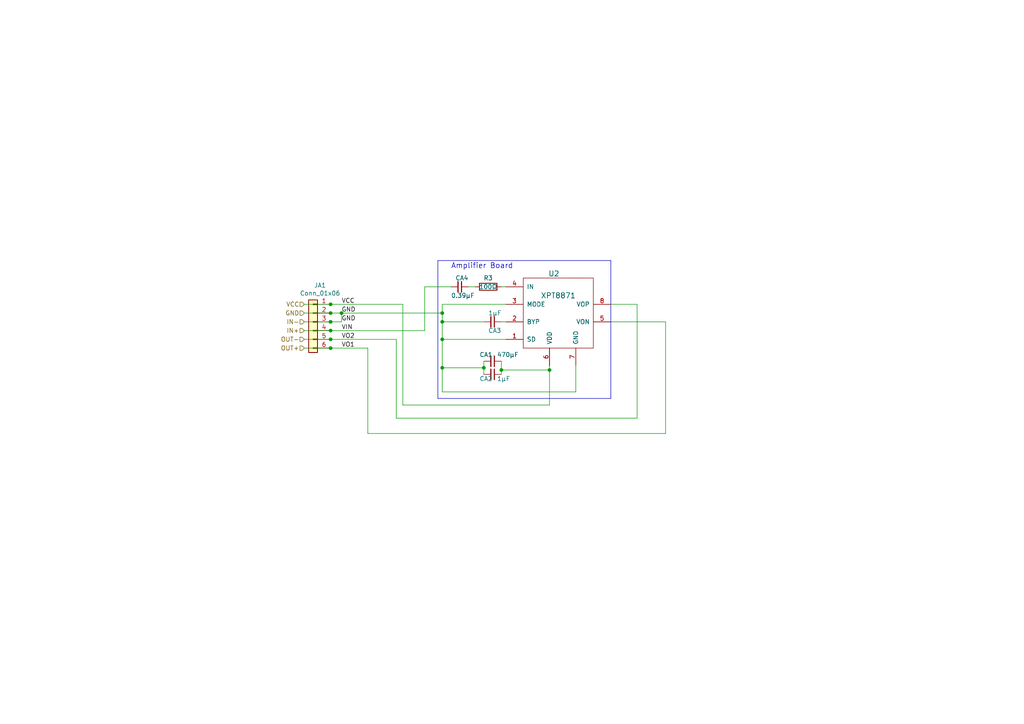
<source format=kicad_sch>
(kicad_sch (version 20230121) (generator eeschema)
  (paper "A4")
  (title_block (title "XH-M125 XPT8871 Amplifier Board") (date "2018-03-10") (rev "1") (company "SoftEgg") (comment 1 "V0.1 T.B. Trzepacz 2018/2/19") (comment 2 "V0.2 T.B. Trzepacz 2018/10/14"))
  (lib_symbols
    (symbol "XH-M125-amp-board-rescue:C_Small-device" (pin_numbers hide) (pin_names (offset 0.254) hide)
      (property "Reference" "C" (at 0.254 1.778 0))
      (property "Value" "device_C_Small" (at 0.254 -2.032 0))
      (symbol "C_Small-device_0_1"
        (polyline (pts (xy -1.524 -0.508) (xy 1.524 -0.508)) (stroke (width 0.3302)))
        (polyline (pts (xy -1.524 0.508) (xy 1.524 0.508)) (stroke (width 0.3048)))
      )
      (symbol "C_Small-device_1_1"
        (pin passive line (at 0 2.54 270) (length 2.032) (name "~") (number "1"))
        (pin passive line (at 0 -2.54 90) (length 2.032) (name "~") (number "2"))
      )
    )
    (symbol "XH-M125-amp-board-rescue:Conn_01x06-conn" (pin_names (offset 1.016) hide)
      (property "Reference" "J" (at 0 7.62 0))
      (property "Value" "conn_Conn_01x06" (at 0 -10.16 0))
      (symbol "Conn_01x06-conn_1_1"
        (rectangle (start -1.27 -7.493) (end 0 -7.747) (stroke (width 0.1524)))
        (rectangle (start -1.27 -4.953) (end 0 -5.207) (stroke (width 0.1524)))
        (rectangle (start -1.27 -2.413) (end 0 -2.667) (stroke (width 0.1524)))
        (rectangle (start -1.27 0.127) (end 0 -0.127) (stroke (width 0.1524)))
        (rectangle (start -1.27 2.667) (end 0 2.413) (stroke (width 0.1524)))
        (rectangle (start -1.27 5.207) (end 0 4.953) (stroke (width 0.1524)))
        (rectangle (start -1.27 6.35) (end 1.27 -8.89) (stroke (width 0.254)) (fill (type background)))
        (pin passive line (at -5.08 5.08 0) (length 3.81) (name "Pin_1") (number "1"))
        (pin passive line (at -5.08 2.54 0) (length 3.81) (name "Pin_2") (number "2"))
        (pin passive line (at -5.08 0 0) (length 3.81) (name "Pin_3") (number "3"))
        (pin passive line (at -5.08 -2.54 0) (length 3.81) (name "Pin_4") (number "4"))
        (pin passive line (at -5.08 -5.08 0) (length 3.81) (name "Pin_5") (number "5"))
        (pin passive line (at -5.08 -7.62 0) (length 3.81) (name "Pin_6") (number "6"))
      )
    )
    (symbol "XH-M125-amp-board-rescue:R-device" (pin_numbers hide) (pin_names (offset 0))
      (property "Reference" "R" (at 2.032 0 90))
      (property "Value" "device_R" (at 0 0 90))
      (symbol "R-device_0_1"
        (rectangle (start -1.016 -2.54) (end 1.016 2.54) (stroke (width 0.254)))
      )
      (symbol "R-device_1_1"
        (pin passive line (at 0 3.81 270) (length 1.27) (name "~") (number "1"))
        (pin passive line (at 0 -3.81 90) (length 1.27) (name "~") (number "2"))
      )
    )
    (symbol "XH-M125-amp-board-rescue:XPT8871-SoftEggKicadLib" (pin_names (offset 1.016))
      (property "Reference" "U" (at -1.27 11.43 0))
      (property "Value" "SoftEggKicadLib_XPT8871" (at 0 5.08 0))
      (symbol "XPT8871-SoftEggKicadLib_0_1"
        (rectangle (start -10.16 10.16) (end 10.16 -10.16))
      )
      (symbol "XPT8871-SoftEggKicadLib_1_1"
        (pin input line (at -15.24 -7.62 0) (length 5.08) (name "SD") (number "1"))
        (pin input line (at -15.24 -2.54 0) (length 5.08) (name "BYP") (number "2"))
        (pin input line (at -15.24 2.54 0) (length 5.08) (name "MODE") (number "3"))
        (pin input line (at -15.24 7.62 0) (length 5.08) (name "IN") (number "4"))
        (pin input line (at 15.24 -2.54 180) (length 5.08) (name "VON") (number "5"))
        (pin input line (at -2.54 -15.24 90) (length 5.08) (name "VDD") (number "6"))
        (pin input line (at 5.08 -15.24 90) (length 5.08) (name "GND") (number "7"))
        (pin input line (at 15.24 2.54 180) (length 5.08) (name "VOP") (number "8"))
      )
    )
  )
  (junction (at 159.385 107.315))
  (junction (at 95.885 88.265))
  (junction (at 95.885 93.345))
  (junction (at 128.27 93.345))
  (junction (at 128.27 90.805))
  (junction (at 140.335 106.68))
  (junction (at 95.885 100.965))
  (junction (at 95.885 98.425))
  (junction (at 145.415 107.315))
  (junction (at 95.885 95.885))
  (junction (at 128.27 98.425))
  (junction (at 128.27 106.68))
  (junction (at 95.885 90.805))
  (junction (at 99.06 90.805))
  (wire (pts (xy 95.885 95.885) (xy 123.19 95.885)))
  (polyline (pts (xy 127 75.565) (xy 127 115.57)))
  (wire (pts (xy 193.04 125.73) (xy 106.68 125.73)))
  (wire (pts (xy 184.785 88.265) (xy 177.165 88.265)))
  (wire (pts (xy 159.385 106.045) (xy 159.385 107.315)))
  (wire (pts (xy 193.04 93.345) (xy 193.04 125.73)))
  (wire (pts (xy 116.84 117.475) (xy 159.385 117.475)))
  (wire (pts (xy 146.685 88.265) (xy 128.27 88.265)))
  (wire (pts (xy 106.68 125.73) (xy 106.68 100.965)))
  (wire (pts (xy 99.06 90.805) (xy 128.27 90.805)))
  (wire (pts (xy 128.27 106.68) (xy 128.27 113.665)))
  (wire (pts (xy 114.935 121.285) (xy 184.785 121.285)))
  (wire (pts (xy 146.685 98.425) (xy 128.27 98.425)))
  (wire (pts (xy 145.415 107.315) (xy 145.415 108.585)))
  (wire (pts (xy 123.19 95.885) (xy 123.19 83.185)))
  (wire (pts (xy 95.885 88.265) (xy 116.84 88.265)))
  (wire (pts (xy 88.265 95.885) (xy 95.885 95.885)))
  (wire (pts (xy 184.785 121.285) (xy 184.785 88.265)))
  (wire (pts (xy 114.935 98.425) (xy 114.935 121.285)))
  (wire (pts (xy 88.265 88.265) (xy 95.885 88.265)))
  (wire (pts (xy 128.27 88.265) (xy 128.27 90.805)))
  (wire (pts (xy 128.27 93.345) (xy 128.27 98.425)))
  (wire (pts (xy 140.335 104.775) (xy 140.335 106.68)))
  (polyline (pts (xy 177.165 75.565) (xy 127 75.565)))
  (wire (pts (xy 88.265 93.345) (xy 95.885 93.345)))
  (wire (pts (xy 99.06 93.345) (xy 95.885 93.345)))
  (wire (pts (xy 140.335 106.68) (xy 128.27 106.68)))
  (wire (pts (xy 88.265 98.425) (xy 95.885 98.425)))
  (wire (pts (xy 95.885 90.805) (xy 99.06 90.805)))
  (wire (pts (xy 140.335 106.68) (xy 140.335 108.585)))
  (wire (pts (xy 145.415 104.775) (xy 145.415 107.315)))
  (wire (pts (xy 137.795 83.185) (xy 135.89 83.185)))
  (wire (pts (xy 128.27 98.425) (xy 128.27 106.68)))
  (wire (pts (xy 128.27 113.665) (xy 167.005 113.665)))
  (wire (pts (xy 99.06 90.805) (xy 99.06 93.345)))
  (wire (pts (xy 116.84 88.265) (xy 116.84 117.475)))
  (wire (pts (xy 128.27 93.345) (xy 140.335 93.345)))
  (wire (pts (xy 177.165 93.345) (xy 193.04 93.345)))
  (wire (pts (xy 106.68 100.965) (xy 95.885 100.965)))
  (wire (pts (xy 146.685 93.345) (xy 145.415 93.345)))
  (wire (pts (xy 88.265 90.805) (xy 95.885 90.805)))
  (wire (pts (xy 146.685 83.185) (xy 145.415 83.185)))
  (wire (pts (xy 88.265 100.965) (xy 95.885 100.965)))
  (polyline (pts (xy 127 115.57) (xy 177.165 115.57)))
  (wire (pts (xy 145.415 107.315) (xy 159.385 107.315)))
  (wire (pts (xy 123.19 83.185) (xy 130.81 83.185)))
  (polyline (pts (xy 177.165 115.57) (xy 177.165 75.565)))
  (wire (pts (xy 167.005 106.045) (xy 167.005 113.665)))
  (wire (pts (xy 128.27 90.805) (xy 128.27 93.345)))
  (wire (pts (xy 159.385 117.475) (xy 159.385 107.315)))
  (wire (pts (xy 95.885 98.425) (xy 114.935 98.425)))
  (text "Amplifier Board" (at 130.81 78.105 0) (effects (font (size 1.524 1.524)) (justify left bottom)))
  (label "VO2" (at 99.06 98.425 0))
  (label "VIN" (at 99.06 95.885 0))
  (label "VO1" (at 99.06 100.965 0))
  (label "VCC" (at 99.06 88.265 0))
  (label "GND" (at 99.06 93.345 0))
  (label "GND" (at 99.06 90.805 0))
  (hierarchical_label "GND" (shape input) (at 88.265 90.805 180))
  (hierarchical_label "OUT+" (shape input) (at 88.265 100.965 180))
  (hierarchical_label "IN+" (shape input) (at 88.265 95.885 180))
  (hierarchical_label "VCC" (shape input) (at 88.265 88.265 180))
  (hierarchical_label "OUT-" (shape input) (at 88.265 98.425 180))
  (hierarchical_label "IN-" (shape input) (at 88.265 93.345 180))
  (symbol (lib_id "XH-M125-amp-board-rescue:XPT8871-SoftEggKicadLib") (at 161.925 90.805 0) (unit 1)
    (property "Reference" "U2" (at 160.655 79.375 0) (effects (font (size 1.524 1.524))))
    (property "Value" "XPT8871" (at 161.925 85.725 0) (effects (font (size 1.524 1.524))))
    (property "Footprint" "SMD_Packages:SOIC-8-N" (effects hide))
  )
  (symbol (lib_id "XH-M125-amp-board-rescue:C_Small-device") (at 142.875 108.585 270) (unit 1)
    (property "Reference" "CA2" (at 139.065 109.855 90) (effects (justify left)))
    (property "Value" "1μF" (at 144.145 109.855 90) (effects (justify left)))
    (property "Footprint" "SoftEggKiCAD:C_1509" (effects hide))
  )
  (symbol (lib_id "XH-M125-amp-board-rescue:C_Small-device") (at 142.875 104.775 270) (unit 1)
    (property "Reference" "CA1" (at 139.065 102.87 90) (effects (justify left)))
    (property "Value" "470μF" (at 144.145 102.87 90) (effects (justify left)))
    (property "Footprint" "Capacitors_ThroughHole:CP_Radial_D6.3mm_P2.50mm" (effects hide))
  )
  (symbol (lib_id "XH-M125-amp-board-rescue:R-device") (at 141.605 83.185 270) (unit 1)
    (property "Reference" "R3" (at 141.605 80.645 90))
    (property "Value" "100Ω" (at 141.605 83.185 90))
    (property "Footprint" "SoftEggKiCAD:C_1509" (effects hide))
  )
  (symbol (lib_id "XH-M125-amp-board-rescue:C_Small-device") (at 133.35 83.185 270) (unit 1)
    (property "Reference" "CA4" (at 132.08 80.645 90) (effects (justify left)))
    (property "Value" "0.39μF" (at 130.81 85.725 90) (effects (justify left)))
    (property "Footprint" "SoftEggKiCAD:C_1509" (effects hide))
  )
  (symbol (lib_id "XH-M125-amp-board-rescue:C_Small-device") (at 142.875 93.345 270) (unit 1)
    (property "Reference" "CA3" (at 141.605 95.885 90) (effects (justify left)))
    (property "Value" "1μF" (at 141.605 90.805 90) (effects (justify left)))
    (property "Footprint" "SoftEggKiCAD:C_1509" (effects hide))
  )
  (symbol (lib_id "XH-M125-amp-board-rescue:Conn_01x06-conn") (at 90.805 93.345 0) (mirror y) (unit 1)
    (property "Reference" "JA1" (at 92.837 82.7532 0))
    (property "Value" "Conn_01x06" (at 92.837 85.0646 0))
    (property "Footprint" "Pin_Headers:Pin_Header_Straight_1x06_Pitch2.54mm" (effects hide))
  )
)
</source>
